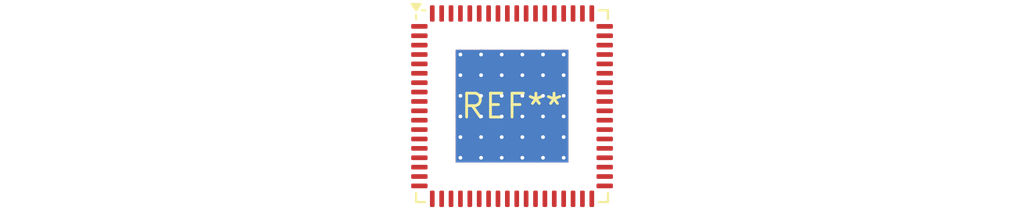
<source format=kicad_pcb>
(kicad_pcb (version 20240108) (generator pcbnew)
  (layers (0 "F.Cu" signal) (31 "B.Cu" signal) (34 "B.Paste" user) (35 "F.Paste" user) (36 "B.SilkS" user "B.Silkscreen") (37 "F.SilkS" user "F.Silkscreen") (38 "B.Mask" user) (39 "F.Mask" user) (44 "Edge.Cuts" user))
  (net 0 "")
  (footprint "QFN-72-1EP_10x10mm_P0.5mm_EP6x6mm_ThermalVias" (layer "F.Cu") (at 0 0)
    (property "Reference" "REF**")
    (property "Value" "QFN-72-1EP_10x10mm_P0.5mm_EP6x6mm_ThermalVias")
    (fp_line (start -5.11 -4.635) (end -5.11 -4.87) (layer "F.SilkS") (stroke (width 0.12)))
    (fp_line (start -5.11 5.11) (end -5.11 4.635) (layer "F.SilkS") (stroke (width 0.12)))
    (fp_line (start -4.635 -5.11) (end -4.81 -5.11) (layer "F.SilkS") (stroke (width 0.12)))
    (fp_line (start -4.635 5.11) (end -5.11 5.11) (layer "F.SilkS") (stroke (width 0.12)))
    (fp_line (start 4.635 -5.11) (end 5.11 -5.11) (layer "F.SilkS") (stroke (width 0.12)))
    (fp_line (start 4.635 5.11) (end 5.11 5.11) (layer "F.SilkS") (stroke (width 0.12)))
    (fp_line (start 5.11 -5.11) (end 5.11 -4.635) (layer "F.SilkS") (stroke (width 0.12)))
    (fp_line (start 5.11 5.11) (end 5.11 4.635) (layer "F.SilkS") (stroke (width 0.12)))
    (fp_poly (pts (xy -5.11 -5.11) (xy -5.35 -5.44) (xy -4.87 -5.44) (xy -5.11 -5.11)) (layer "F.SilkS") (stroke (width 0.12)) (fill solid))
    (pad "1" smd roundrect (at -4.9375 -4.25) (size 0.875 0.25) (layers "F.Cu" "F.Paste" "F.Mask"))
    (pad "2" smd roundrect (at -4.9375 -3.75) (size 0.875 0.25) (layers "F.Cu" "F.Paste" "F.Mask"))
    (pad "3" smd roundrect (at -4.9375 -3.25) (size 0.875 0.25) (layers "F.Cu" "F.Paste" "F.Mask"))
    (pad "4" smd roundrect (at -4.9375 -2.75) (size 0.875 0.25) (layers "F.Cu" "F.Paste" "F.Mask"))
    (pad "5" smd roundrect (at -4.9375 -2.25) (size 0.875 0.25) (layers "F.Cu" "F.Paste" "F.Mask"))
    (pad "6" smd roundrect (at -4.9375 -1.75) (size 0.875 0.25) (layers "F.Cu" "F.Paste" "F.Mask"))
    (pad "7" smd roundrect (at -4.9375 -1.25) (size 0.875 0.25) (layers "F.Cu" "F.Paste" "F.Mask"))
    (pad "8" smd roundrect (at -4.9375 -0.75) (size 0.875 0.25) (layers "F.Cu" "F.Paste" "F.Mask"))
    (pad "9" smd roundrect (at -4.9375 -0.25) (size 0.875 0.25) (layers "F.Cu" "F.Paste" "F.Mask"))
    (pad "10" smd roundrect (at -4.9375 0.25) (size 0.875 0.25) (layers "F.Cu" "F.Paste" "F.Mask"))
    (pad "11" smd roundrect (at -4.9375 0.75) (size 0.875 0.25) (layers "F.Cu" "F.Paste" "F.Mask"))
    (pad "12" smd roundrect (at -4.9375 1.25) (size 0.875 0.25) (layers "F.Cu" "F.Paste" "F.Mask"))
    (pad "13" smd roundrect (at -4.9375 1.75) (size 0.875 0.25) (layers "F.Cu" "F.Paste" "F.Mask"))
    (pad "14" smd roundrect (at -4.9375 2.25) (size 0.875 0.25) (layers "F.Cu" "F.Paste" "F.Mask"))
    (pad "15" smd roundrect (at -4.9375 2.75) (size 0.875 0.25) (layers "F.Cu" "F.Paste" "F.Mask"))
    (pad "16" smd roundrect (at -4.9375 3.25) (size 0.875 0.25) (layers "F.Cu" "F.Paste" "F.Mask"))
    (pad "17" smd roundrect (at -4.9375 3.75) (size 0.875 0.25) (layers "F.Cu" "F.Paste" "F.Mask"))
    (pad "18" smd roundrect (at -4.9375 4.25) (size 0.875 0.25) (layers "F.Cu" "F.Paste" "F.Mask"))
    (pad "19" smd roundrect (at -4.25 4.9375) (size 0.25 0.875) (layers "F.Cu" "F.Paste" "F.Mask"))
    (pad "20" smd roundrect (at -3.75 4.9375) (size 0.25 0.875) (layers "F.Cu" "F.Paste" "F.Mask"))
    (pad "21" smd roundrect (at -3.25 4.9375) (size 0.25 0.875) (layers "F.Cu" "F.Paste" "F.Mask"))
    (pad "22" smd roundrect (at -2.75 4.9375) (size 0.25 0.875) (layers "F.Cu" "F.Paste" "F.Mask"))
    (pad "23" smd roundrect (at -2.25 4.9375) (size 0.25 0.875) (layers "F.Cu" "F.Paste" "F.Mask"))
    (pad "24" smd roundrect (at -1.75 4.9375) (size 0.25 0.875) (layers "F.Cu" "F.Paste" "F.Mask"))
    (pad "25" smd roundrect (at -1.25 4.9375) (size 0.25 0.875) (layers "F.Cu" "F.Paste" "F.Mask"))
    (pad "26" smd roundrect (at -0.75 4.9375) (size 0.25 0.875) (layers "F.Cu" "F.Paste" "F.Mask"))
    (pad "27" smd roundrect (at -0.25 4.9375) (size 0.25 0.875) (layers "F.Cu" "F.Paste" "F.Mask"))
    (pad "28" smd roundrect (at 0.25 4.9375) (size 0.25 0.875) (layers "F.Cu" "F.Paste" "F.Mask"))
    (pad "29" smd roundrect (at 0.75 4.9375) (size 0.25 0.875) (layers "F.Cu" "F.Paste" "F.Mask"))
    (pad "30" smd roundrect (at 1.25 4.9375) (size 0.25 0.875) (layers "F.Cu" "F.Paste" "F.Mask"))
    (pad "31" smd roundrect (at 1.75 4.9375) (size 0.25 0.875) (layers "F.Cu" "F.Paste" "F.Mask"))
    (pad "32" smd roundrect (at 2.25 4.9375) (size 0.25 0.875) (layers "F.Cu" "F.Paste" "F.Mask"))
    (pad "33" smd roundrect (at 2.75 4.9375) (size 0.25 0.875) (layers "F.Cu" "F.Paste" "F.Mask"))
    (pad "34" smd roundrect (at 3.25 4.9375) (size 0.25 0.875) (layers "F.Cu" "F.Paste" "F.Mask"))
    (pad "35" smd roundrect (at 3.75 4.9375) (size 0.25 0.875) (layers "F.Cu" "F.Paste" "F.Mask"))
    (pad "36" smd roundrect (at 4.25 4.9375) (size 0.25 0.875) (layers "F.Cu" "F.Paste" "F.Mask"))
    (pad "37" smd roundrect (at 4.9375 4.25) (size 0.875 0.25) (layers "F.Cu" "F.Paste" "F.Mask"))
    (pad "38" smd roundrect (at 4.9375 3.75) (size 0.875 0.25) (layers "F.Cu" "F.Paste" "F.Mask"))
    (pad "39" smd roundrect (at 4.9375 3.25) (size 0.875 0.25) (layers "F.Cu" "F.Paste" "F.Mask"))
    (pad "40" smd roundrect (at 4.9375 2.75) (size 0.875 0.25) (layers "F.Cu" "F.Paste" "F.Mask"))
    (pad "41" smd roundrect (at 4.9375 2.25) (size 0.875 0.25) (layers "F.Cu" "F.Paste" "F.Mask"))
    (pad "42" smd roundrect (at 4.9375 1.75) (size 0.875 0.25) (layers "F.Cu" "F.Paste" "F.Mask"))
    (pad "43" smd roundrect (at 4.9375 1.25) (size 0.875 0.25) (layers "F.Cu" "F.Paste" "F.Mask"))
    (pad "44" smd roundrect (at 4.9375 0.75) (size 0.875 0.25) (layers "F.Cu" "F.Paste" "F.Mask"))
    (pad "45" smd roundrect (at 4.9375 0.25) (size 0.875 0.25) (layers "F.Cu" "F.Paste" "F.Mask"))
    (pad "46" smd roundrect (at 4.9375 -0.25) (size 0.875 0.25) (layers "F.Cu" "F.Paste" "F.Mask"))
    (pad "47" smd roundrect (at 4.9375 -0.75) (size 0.875 0.25) (layers "F.Cu" "F.Paste" "F.Mask"))
    (pad "48" smd roundrect (at 4.9375 -1.25) (size 0.875 0.25) (layers "F.Cu" "F.Paste" "F.Mask"))
    (pad "49" smd roundrect (at 4.9375 -1.75) (size 0.875 0.25) (layers "F.Cu" "F.Paste" "F.Mask"))
    (pad "50" smd roundrect (at 4.9375 -2.25) (size 0.875 0.25) (layers "F.Cu" "F.Paste" "F.Mask"))
    (pad "51" smd roundrect (at 4.9375 -2.75) (size 0.875 0.25) (layers "F.Cu" "F.Paste" "F.Mask"))
    (pad "52" smd roundrect (at 4.9375 -3.25) (size 0.875 0.25) (layers "F.Cu" "F.Paste" "F.Mask"))
    (pad "53" smd roundrect (at 4.9375 -3.75) (size 0.875 0.25) (layers "F.Cu" "F.Paste" "F.Mask"))
    (pad "54" smd roundrect (at 4.9375 -4.25) (size 0.875 0.25) (layers "F.Cu" "F.Paste" "F.Mask"))
    (pad "55" smd roundrect (at 4.25 -4.9375) (size 0.25 0.875) (layers "F.Cu" "F.Paste" "F.Mask"))
    (pad "56" smd roundrect (at 3.75 -4.9375) (size 0.25 0.875) (layers "F.Cu" "F.Paste" "F.Mask"))
    (pad "57" smd roundrect (at 3.25 -4.9375) (size 0.25 0.875) (layers "F.Cu" "F.Paste" "F.Mask"))
    (pad "58" smd roundrect (at 2.75 -4.9375) (size 0.25 0.875) (layers "F.Cu" "F.Paste" "F.Mask"))
    (pad "59" smd roundrect (at 2.25 -4.9375) (size 0.25 0.875) (layers "F.Cu" "F.Paste" "F.Mask"))
    (pad "60" smd roundrect (at 1.75 -4.9375) (size 0.25 0.875) (layers "F.Cu" "F.Paste" "F.Mask"))
    (pad "61" smd roundrect (at 1.25 -4.9375) (size 0.25 0.875) (layers "F.Cu" "F.Paste" "F.Mask"))
    (pad "62" smd roundrect (at 0.75 -4.9375) (size 0.25 0.875) (layers "F.Cu" "F.Paste" "F.Mask"))
    (pad "63" smd roundrect (at 0.25 -4.9375) (size 0.25 0.875) (layers "F.Cu" "F.Paste" "F.Mask"))
    (pad "64" smd roundrect (at -0.25 -4.9375) (size 0.25 0.875) (layers "F.Cu" "F.Paste" "F.Mask"))
    (pad "65" smd roundrect (at -0.75 -4.9375) (size 0.25 0.875) (layers "F.Cu" "F.Paste" "F.Mask"))
    (pad "66" smd roundrect (at -1.25 -4.9375) (size 0.25 0.875) (layers "F.Cu" "F.Paste" "F.Mask"))
    (pad "67" smd roundrect (at -1.75 -4.9375) (size 0.25 0.875) (layers "F.Cu" "F.Paste" "F.Mask"))
    (pad "68" smd roundrect (at -2.25 -4.9375) (size 0.25 0.875) (layers "F.Cu" "F.Paste" "F.Mask"))
    (pad "69" smd roundrect (at -2.75 -4.9375) (size 0.25 0.875) (layers "F.Cu" "F.Paste" "F.Mask"))
    (pad "70" smd roundrect (at -3.25 -4.9375) (size 0.25 0.875) (layers "F.Cu" "F.Paste" "F.Mask"))
    (pad "71" smd roundrect (at -3.75 -4.9375) (size 0.25 0.875) (layers "F.Cu" "F.Paste" "F.Mask"))
    (pad "72" smd roundrect (at -4.25 -4.9375) (size 0.25 0.875) (layers "F.Cu" "F.Paste" "F.Mask"))
    (pad "73" thru_hole circle (at -2.75 -2.75) (size 0.5 0.5) (drill 0.2) (property pad_prop_heatsink) (layers *.Cu) (remove_unused_layers))
    (pad "73" thru_hole circle (at -2.75 -1.65) (size 0.5 0.5) (drill 0.2) (property pad_prop_heatsink) (layers *.Cu) (remove_unused_layers))
    (pad "73" thru_hole circle (at -2.75 -0.55) (size 0.5 0.5) (drill 0.2) (property pad_prop_heatsink) (layers *.Cu) (remove_unused_layers))
    (pad "73" thru_hole circle (at -2.75 0.55) (size 0.5 0.5) (drill 0.2) (property pad_prop_heatsink) (layers *.Cu) (remove_unused_layers))
    (pad "73" thru_hole circle (at -2.75 1.65) (size 0.5 0.5) (drill 0.2) (property pad_prop_heatsink) (layers *.Cu) (remove_unused_layers))
    (pad "73" thru_hole circle (at -2.75 2.75) (size 0.5 0.5) (drill 0.2) (property pad_prop_heatsink) (layers *.Cu) (remove_unused_layers))
    (pad "73" thru_hole circle (at -1.65 -2.75) (size 0.5 0.5) (drill 0.2) (property pad_prop_heatsink) (layers *.Cu) (remove_unused_layers))
    (pad "73" thru_hole circle (at -1.65 -1.65) (size 0.5 0.5) (drill 0.2) (property pad_prop_heatsink) (layers *.Cu) (remove_unused_layers))
    (pad "73" thru_hole circle (at -1.65 -0.55) (size 0.5 0.5) (drill 0.2) (property pad_prop_heatsink) (layers *.Cu) (remove_unused_layers))
    (pad "73" thru_hole circle (at -1.65 0.55) (size 0.5 0.5) (drill 0.2) (property pad_prop_heatsink) (layers *.Cu) (remove_unused_layers))
    (pad "73" thru_hole circle (at -1.65 1.65) (size 0.5 0.5) (drill 0.2) (property pad_prop_heatsink) (layers *.Cu) (remove_unused_layers))
    (pad "73" thru_hole circle (at -1.65 2.75) (size 0.5 0.5) (drill 0.2) (property pad_prop_heatsink) (layers *.Cu) (remove_unused_layers))
    (pad "73" thru_hole circle (at -0.55 -2.75) (size 0.5 0.5) (drill 0.2) (property pad_prop_heatsink) (layers *.Cu) (remove_unused_layers))
    (pad "73" thru_hole circle (at -0.55 -1.65) (size 0.5 0.5) (drill 0.2) (property pad_prop_heatsink) (layers *.Cu) (remove_unused_layers))
    (pad "73" thru_hole circle (at -0.55 -0.55) (size 0.5 0.5) (drill 0.2) (property pad_prop_heatsink) (layers *.Cu) (remove_unused_layers))
    (pad "73" thru_hole circle (at -0.55 0.55) (size 0.5 0.5) (drill 0.2) (property pad_prop_heatsink) (layers *.Cu) (remove_unused_layers))
    (pad "73" thru_hole circle (at -0.55 1.65) (size 0.5 0.5) (drill 0.2) (property pad_prop_heatsink) (layers *.Cu) (remove_unused_layers))
    (pad "73" thru_hole circle (at -0.55 2.75) (size 0.5 0.5) (drill 0.2) (property pad_prop_heatsink) (layers *.Cu) (remove_unused_layers))
    (pad "73" smd rect (at 0 0) (size 6 6) (property pad_prop_heatsink) (layers "F.Cu" "F.Mask"))
    (pad "73" smd rect (at 0 0) (size 6 6) (property pad_prop_heatsink) (layers "B.Cu"))
    (pad "73" thru_hole circle (at 0.55 -2.75) (size 0.5 0.5) (drill 0.2) (property pad_prop_heatsink) (layers *.Cu) (remove_unused_layers))
    (pad "73" thru_hole circle (at 0.55 -1.65) (size 0.5 0.5) (drill 0.2) (property pad_prop_heatsink) (layers *.Cu) (remove_unused_layers))
    (pad "73" thru_hole circle (at 0.55 -0.55) (size 0.5 0.5) (drill 0.2) (property pad_prop_heatsink) (layers *.Cu) (remove_unused_layers))
    (pad "73" thru_hole circle (at 0.55 0.55) (size 0.5 0.5) (drill 0.2) (property pad_prop_heatsink) (layers *.Cu) (remove_unused_layers))
    (pad "73" thru_hole circle (at 0.55 1.65) (size 0.5 0.5) (drill 0.2) (property pad_prop_heatsink) (layers *.Cu) (remove_unused_layers))
    (pad "73" thru_hole circle (at 0.55 2.75) (size 0.5 0.5) (drill 0.2) (property pad_prop_heatsink) (layers *.Cu) (remove_unused_layers))
    (pad "73" thru_hole circle (at 1.65 -2.75) (size 0.5 0.5) (drill 0.2) (property pad_prop_heatsink) (layers *.Cu) (remove_unused_layers))
    (pad "73" thru_hole circle (at 1.65 -1.65) (size 0.5 0.5) (drill 0.2) (property pad_prop_heatsink) (layers *.Cu) (remove_unused_layers))
    (pad "73" thru_hole circle (at 1.65 -0.55) (size 0.5 0.5) (drill 0.2) (property pad_prop_heatsink) (layers *.Cu) (remove_unused_layers))
    (pad "73" thru_hole circle (at 1.65 0.55) (size 0.5 0.5) (drill 0.2) (property pad_prop_heatsink) (layers *.Cu) (remove_unused_layers))
    (pad "73" thru_hole circle (at 1.65 1.65) (size 0.5 0.5) (drill 0.2) (property pad_prop_heatsink) (layers *.Cu) (remove_unused_layers))
    (pad "73" thru_hole circle (at 1.65 2.75) (size 0.5 0.5) (drill 0.2) (property pad_prop_heatsink) (layers *.Cu) (remove_unused_layers))
    (pad "73" thru_hole circle (at 2.75 -2.75) (size 0.5 0.5) (drill 0.2) (property pad_prop_heatsink) (layers *.Cu) (remove_unused_layers))
    (pad "73" thru_hole circle (at 2.75 -1.65) (size 0.5 0.5) (drill 0.2) (property pad_prop_heatsink) (layers *.Cu) (remove_unused_layers))
    (pad "73" thru_hole circle (at 2.75 -0.55) (size 0.5 0.5) (drill 0.2) (property pad_prop_heatsink) (layers *.Cu) (remove_unused_layers))
    (pad "73" thru_hole circle (at 2.75 0.55) (size 0.5 0.5) (drill 0.2) (property pad_prop_heatsink) (layers *.Cu) (remove_unused_layers))
    (pad "73" thru_hole circle (at 2.75 1.65) (size 0.5 0.5) (drill 0.2) (property pad_prop_heatsink) (layers *.Cu) (remove_unused_layers))
    (pad "73" thru_hole circle (at 2.75 2.75) (size 0.5 0.5) (drill 0.2) (property pad_prop_heatsink) (layers *.Cu) (remove_unused_layers))
  )
)
</source>
